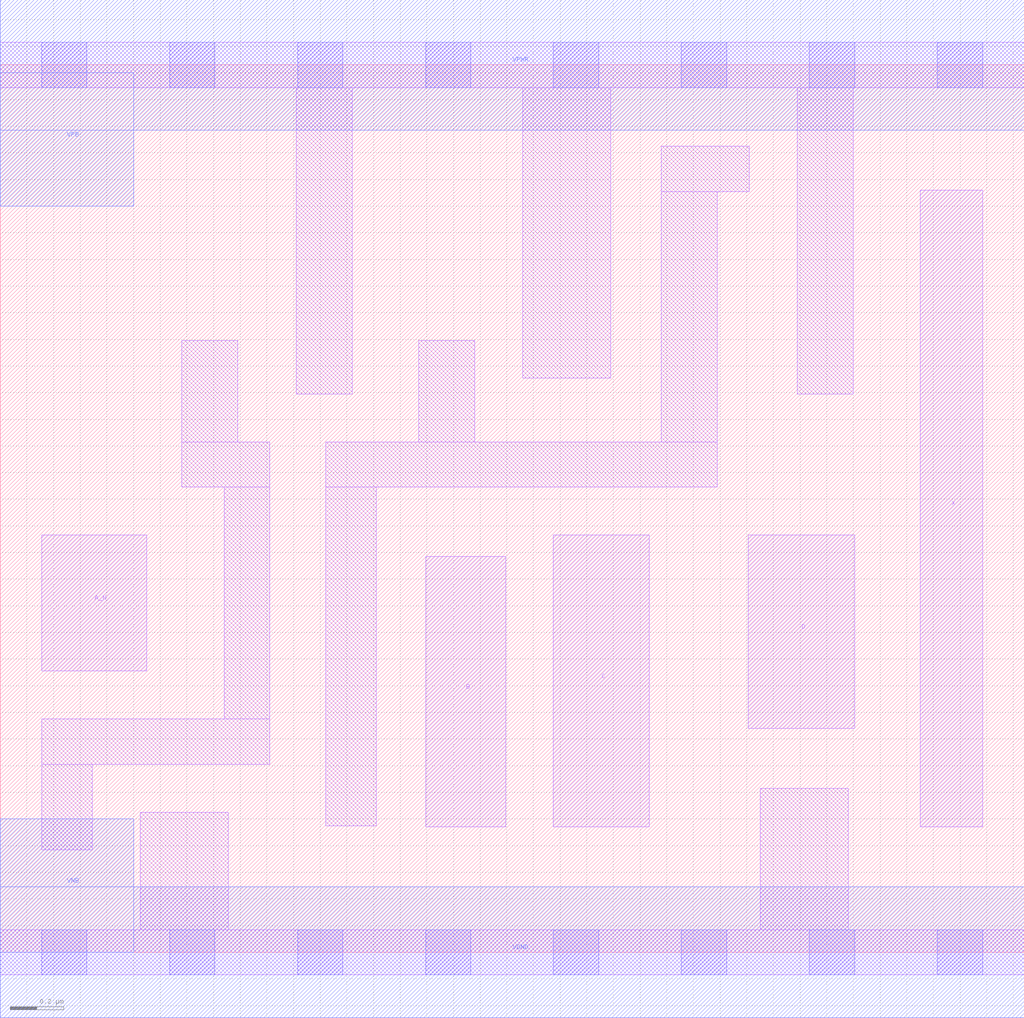
<source format=lef>
# Copyright 2020 The SkyWater PDK Authors
#
# Licensed under the Apache License, Version 2.0 (the "License");
# you may not use this file except in compliance with the License.
# You may obtain a copy of the License at
#
#     https://www.apache.org/licenses/LICENSE-2.0
#
# Unless required by applicable law or agreed to in writing, software
# distributed under the License is distributed on an "AS IS" BASIS,
# WITHOUT WARRANTIES OR CONDITIONS OF ANY KIND, either express or implied.
# See the License for the specific language governing permissions and
# limitations under the License.
#
# SPDX-License-Identifier: Apache-2.0

VERSION 5.5 ;
NAMESCASESENSITIVE ON ;
BUSBITCHARS "[]" ;
DIVIDERCHAR "/" ;
MACRO sky130_fd_sc_lp__and4b_m
  CLASS CORE ;
  SOURCE USER ;
  ORIGIN  0.000000  0.000000 ;
  SIZE  3.840000 BY  3.330000 ;
  SYMMETRY X Y R90 ;
  SITE unit ;
  PIN A_N
    ANTENNAGATEAREA  0.126000 ;
    DIRECTION INPUT ;
    USE SIGNAL ;
    PORT
      LAYER li1 ;
        RECT 0.155000 1.055000 0.550000 1.565000 ;
    END
  END A_N
  PIN B
    ANTENNAGATEAREA  0.126000 ;
    DIRECTION INPUT ;
    USE SIGNAL ;
    PORT
      LAYER li1 ;
        RECT 1.595000 0.470000 1.895000 1.485000 ;
    END
  END B
  PIN C
    ANTENNAGATEAREA  0.126000 ;
    DIRECTION INPUT ;
    USE SIGNAL ;
    PORT
      LAYER li1 ;
        RECT 2.075000 0.470000 2.435000 1.565000 ;
    END
  END C
  PIN D
    ANTENNAGATEAREA  0.126000 ;
    DIRECTION INPUT ;
    USE SIGNAL ;
    PORT
      LAYER li1 ;
        RECT 2.805000 0.840000 3.205000 1.565000 ;
    END
  END D
  PIN X
    ANTENNADIFFAREA  0.222600 ;
    DIRECTION OUTPUT ;
    USE SIGNAL ;
    PORT
      LAYER li1 ;
        RECT 3.450000 0.470000 3.685000 2.860000 ;
    END
  END X
  PIN VGND
    DIRECTION INOUT ;
    USE GROUND ;
    PORT
      LAYER met1 ;
        RECT 0.000000 -0.245000 3.840000 0.245000 ;
    END
  END VGND
  PIN VNB
    DIRECTION INOUT ;
    USE GROUND ;
    PORT
      LAYER met1 ;
        RECT 0.000000 0.000000 0.500000 0.500000 ;
    END
  END VNB
  PIN VPB
    DIRECTION INOUT ;
    USE POWER ;
    PORT
      LAYER met1 ;
        RECT 0.000000 2.800000 0.500000 3.300000 ;
    END
  END VPB
  PIN VPWR
    DIRECTION INOUT ;
    USE POWER ;
    PORT
      LAYER met1 ;
        RECT 0.000000 3.085000 3.840000 3.575000 ;
    END
  END VPWR
  OBS
    LAYER li1 ;
      RECT 0.000000 -0.085000 3.840000 0.085000 ;
      RECT 0.000000  3.245000 3.840000 3.415000 ;
      RECT 0.155000  0.385000 0.345000 0.705000 ;
      RECT 0.155000  0.705000 1.010000 0.875000 ;
      RECT 0.525000  0.085000 0.855000 0.525000 ;
      RECT 0.680000  1.745000 1.010000 1.915000 ;
      RECT 0.680000  1.915000 0.890000 2.295000 ;
      RECT 0.840000  0.875000 1.010000 1.745000 ;
      RECT 1.110000  2.095000 1.320000 3.245000 ;
      RECT 1.220000  0.475000 1.410000 1.745000 ;
      RECT 1.220000  1.745000 2.690000 1.915000 ;
      RECT 1.570000  1.915000 1.780000 2.295000 ;
      RECT 1.960000  2.155000 2.290000 3.245000 ;
      RECT 2.480000  1.915000 2.690000 2.855000 ;
      RECT 2.480000  2.855000 2.810000 3.025000 ;
      RECT 2.850000  0.085000 3.180000 0.615000 ;
      RECT 2.990000  2.095000 3.200000 3.245000 ;
    LAYER mcon ;
      RECT 0.155000 -0.085000 0.325000 0.085000 ;
      RECT 0.155000  3.245000 0.325000 3.415000 ;
      RECT 0.635000 -0.085000 0.805000 0.085000 ;
      RECT 0.635000  3.245000 0.805000 3.415000 ;
      RECT 1.115000 -0.085000 1.285000 0.085000 ;
      RECT 1.115000  3.245000 1.285000 3.415000 ;
      RECT 1.595000 -0.085000 1.765000 0.085000 ;
      RECT 1.595000  3.245000 1.765000 3.415000 ;
      RECT 2.075000 -0.085000 2.245000 0.085000 ;
      RECT 2.075000  3.245000 2.245000 3.415000 ;
      RECT 2.555000 -0.085000 2.725000 0.085000 ;
      RECT 2.555000  3.245000 2.725000 3.415000 ;
      RECT 3.035000 -0.085000 3.205000 0.085000 ;
      RECT 3.035000  3.245000 3.205000 3.415000 ;
      RECT 3.515000 -0.085000 3.685000 0.085000 ;
      RECT 3.515000  3.245000 3.685000 3.415000 ;
  END
END sky130_fd_sc_lp__and4b_m

</source>
